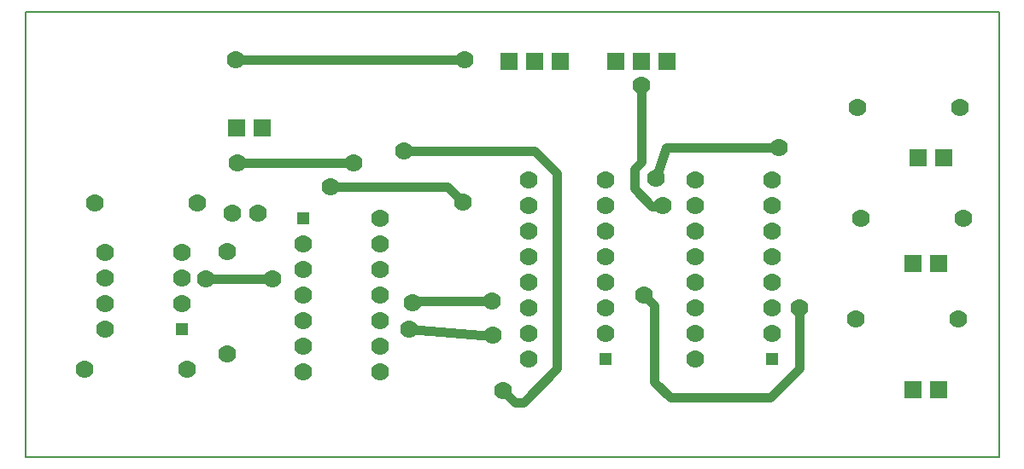
<source format=gbr>
G04 PROTEUS GERBER X2 FILE*
%TF.GenerationSoftware,Labcenter,Proteus,8.9-SP0-Build27865*%
%TF.CreationDate,2026-01-09T17:02:56+00:00*%
%TF.FileFunction,Copper,L1,Top*%
%TF.FilePolarity,Positive*%
%TF.Part,Single*%
%TF.SameCoordinates,{d5e26176-f0e9-456a-af72-f71da18a6cc2}*%
%FSLAX45Y45*%
%MOMM*%
G01*
%TA.AperFunction,Conductor*%
%ADD10C,0.889000*%
%TA.AperFunction,ViaPad*%
%ADD11C,1.778000*%
%TA.AperFunction,ComponentPad*%
%ADD12R,1.270000X1.270000*%
%ADD13C,1.778000*%
%TA.AperFunction,ComponentPad*%
%ADD14R,1.778000X1.778000*%
%TA.AperFunction,Profile*%
%ADD15C,0.203200*%
%TD.AperFunction*%
D10*
X-6209502Y+7511632D02*
X-6193851Y+7527283D01*
X-5423660Y+7527283D01*
X-7024651Y+8663453D02*
X-5868723Y+8663453D01*
X-5716627Y+8511357D01*
X-6294591Y+9018343D02*
X-5001777Y+9018343D01*
X-4778703Y+8795269D01*
X-4778703Y+6858584D01*
X-5113314Y+6523973D01*
X-5199502Y+6523973D01*
X-5316108Y+6640579D01*
X-6800000Y+8900000D02*
X-7950000Y+8900000D01*
X-7600000Y+7750000D02*
X-8259470Y+7750000D01*
X-2375590Y+7456827D02*
X-2375590Y+6858583D01*
X-2664572Y+6569601D01*
X-3658264Y+6569601D01*
X-3815430Y+6726767D01*
X-3815430Y+7482176D01*
X-3916827Y+7583573D01*
X-2583454Y+9053831D02*
X-3700000Y+9050000D01*
X-3800000Y+8750000D01*
X-3945510Y+9668457D02*
X-3945510Y+8904490D01*
X-4010903Y+8839097D01*
X-4010903Y+8642821D01*
X-3838816Y+8470734D01*
X-3742447Y+8470734D01*
X-3735564Y+8477617D01*
X-6250000Y+7250000D02*
X-5423220Y+7178134D01*
X-5413863Y+7187491D01*
X-5696961Y+9920730D02*
X-7967937Y+9920730D01*
D11*
X-6209502Y+7511632D03*
X-5423660Y+7527283D03*
X-7024651Y+8663453D03*
X-5716627Y+8511357D03*
X-6294591Y+9018343D03*
X-5316108Y+6640579D03*
X-6800000Y+8900000D03*
X-7950000Y+8900000D03*
X-7600000Y+7750000D03*
X-8259470Y+7750000D03*
X-2375590Y+7456827D03*
X-3916827Y+7583573D03*
X-2583454Y+9053831D03*
X-3800000Y+8750000D03*
X-3945510Y+9668457D03*
X-3735564Y+8477617D03*
X-6250000Y+7250000D03*
X-5413863Y+7187491D03*
X-5696961Y+9920730D03*
X-7967937Y+9920730D03*
D12*
X-8500000Y+7250000D03*
D13*
X-8500000Y+7504000D03*
X-8500000Y+7758000D03*
X-8500000Y+8012000D03*
X-9262000Y+8012000D03*
X-9262000Y+7758000D03*
X-9262000Y+7504000D03*
X-9262000Y+7250000D03*
D14*
X-7954000Y+9250000D03*
X-7700000Y+9250000D03*
D13*
X-8050000Y+7000000D03*
X-8050000Y+8016000D03*
X-8350000Y+8500000D03*
X-9366000Y+8500000D03*
X-8450000Y+6850000D03*
X-9466000Y+6850000D03*
X-8000000Y+8400000D03*
X-7746000Y+8400000D03*
D12*
X-7300000Y+8350000D03*
D13*
X-7300000Y+8096000D03*
X-7300000Y+7842000D03*
X-7300000Y+7588000D03*
X-7300000Y+7334000D03*
X-7300000Y+7080000D03*
X-7300000Y+6826000D03*
X-6538000Y+6826000D03*
X-6538000Y+7080000D03*
X-6538000Y+7334000D03*
X-6538000Y+7588000D03*
X-6538000Y+7842000D03*
X-6538000Y+8096000D03*
X-6538000Y+8350000D03*
D12*
X-4300000Y+6950000D03*
D13*
X-4300000Y+7204000D03*
X-4300000Y+7458000D03*
X-4300000Y+7712000D03*
X-4300000Y+7966000D03*
X-4300000Y+8220000D03*
X-4300000Y+8474000D03*
X-4300000Y+8728000D03*
X-5062000Y+8728000D03*
X-5062000Y+8474000D03*
X-5062000Y+8220000D03*
X-5062000Y+7966000D03*
X-5062000Y+7712000D03*
X-5062000Y+7458000D03*
X-5062000Y+7204000D03*
X-5062000Y+6950000D03*
D12*
X-2650000Y+6950000D03*
D13*
X-2650000Y+7204000D03*
X-2650000Y+7458000D03*
X-2650000Y+7712000D03*
X-2650000Y+7966000D03*
X-2650000Y+8220000D03*
X-2650000Y+8474000D03*
X-2650000Y+8728000D03*
X-3412000Y+8728000D03*
X-3412000Y+8474000D03*
X-3412000Y+8220000D03*
X-3412000Y+7966000D03*
X-3412000Y+7712000D03*
X-3412000Y+7458000D03*
X-3412000Y+7204000D03*
X-3412000Y+6950000D03*
D14*
X-950000Y+8950000D03*
X-1204000Y+8950000D03*
X-1000000Y+7900000D03*
X-1254000Y+7900000D03*
X-1000000Y+6650000D03*
X-1254000Y+6650000D03*
D13*
X-784000Y+9450000D03*
X-1800000Y+9450000D03*
X-750000Y+8350000D03*
X-1766000Y+8350000D03*
X-800000Y+7350000D03*
X-1816000Y+7350000D03*
D14*
X-3692000Y+9909549D03*
X-3946000Y+9909549D03*
X-4200000Y+9909549D03*
X-4750000Y+9909549D03*
X-5004000Y+9909549D03*
X-5258000Y+9909549D03*
D15*
X-10050000Y+5980809D02*
X-400000Y+5980809D01*
X-400000Y+10400000D01*
X-10050000Y+10400000D01*
X-10050000Y+5980809D01*
M02*

</source>
